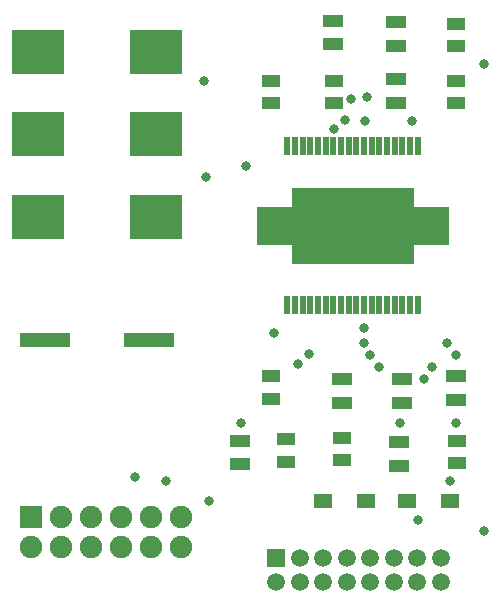
<source format=gbr>
%FSTAX23Y23*%
%MOIN*%
%SFA1B1*%

%IPPOS*%
%ADD27R,0.059181X0.043433*%
%ADD28R,0.067055X0.041464*%
%ADD29R,0.169291X0.047244*%
%ADD30R,0.641731X0.129921*%
%ADD31R,0.405511X0.251968*%
%ADD32R,0.022047X0.062992*%
%ADD33R,0.173228X0.149606*%
%ADD34R,0.059055X0.047244*%
%ADD35R,0.074929X0.074929*%
%ADD36C,0.074929*%
%ADD37C,0.059181*%
%ADD38R,0.059181X0.059181*%
%ADD39C,0.031622*%
%ADD40C,0.031653*%
%LNpcb1_soldermask_top-1*%
%LPD*%
G54D27*
X01455Y02185D03*
Y0226D03*
X01865Y00985D03*
Y0106D03*
X0186Y02375D03*
Y0245D03*
Y0226D03*
Y02185D03*
X01295Y01065D03*
Y0099D03*
X0148Y00995D03*
Y0107D03*
X01245Y012D03*
Y01275D03*
Y02185D03*
Y0226D03*
G54D28*
X0148Y01265D03*
Y01186D03*
X0167Y01055D03*
Y00976D03*
X0145Y0246D03*
Y02381D03*
X0166Y02186D03*
Y02265D03*
Y02455D03*
Y02376D03*
X0114Y0106D03*
Y00981D03*
X0168Y01265D03*
Y01186D03*
X0186Y01275D03*
Y01196D03*
G54D29*
X00839Y01395D03*
X00492D03*
G54D30*
X01517Y01777D03*
G54D31*
X01517Y01777D03*
G54D32*
X01734Y01511D03*
X01709D03*
X01683D03*
X01657D03*
X01632D03*
X01606D03*
X01581D03*
X01555D03*
X01529D03*
X01504D03*
X01478D03*
X01453D03*
X01427D03*
X01401D03*
X01376D03*
X0135D03*
X01325D03*
X01299D03*
X01734Y02042D03*
X01709D03*
X01683D03*
X01657D03*
X01632D03*
X01606D03*
X01581D03*
X01555D03*
X01529D03*
X01504D03*
X01478D03*
X01453D03*
X01427D03*
X01401D03*
X01376D03*
X0135D03*
X01325D03*
X01299D03*
G54D33*
X00861Y01807D03*
X00468D03*
X00861Y02082D03*
X00468D03*
X00861Y02357D03*
X00468D03*
G54D34*
X01841Y0086D03*
X01698D03*
X01561D03*
X01418D03*
G54D35*
X00445Y00805D03*
G54D36*
X00545Y00805D03*
X00645D03*
X00745D03*
X00845D03*
X00945D03*
X00445Y00705D03*
X00545D03*
X00645D03*
X00745D03*
X00845D03*
X00945D03*
G54D37*
X01812Y0059D03*
X01733D03*
X01655D03*
X01576D03*
X01497D03*
X01418D03*
X0134D03*
X01261D03*
X01812Y00668D03*
X01733D03*
X01655D03*
X01576D03*
X01497D03*
X01418D03*
X0134D03*
G54D38*
X01261Y00668D03*
G54D39*
X0079Y0094D03*
X00895Y00925D03*
G54D40*
X0102Y0226D03*
X01028Y0194D03*
X01146Y0112D03*
X0116Y01975D03*
X0183Y01385D03*
X01755Y01265D03*
X01575Y01345D03*
X01558Y02125D03*
X01038Y0086D03*
X01511Y022D03*
X01565Y02205D03*
X0149Y0213D03*
X01955Y0076D03*
X01735Y00795D03*
X0184Y00925D03*
X0178Y01305D03*
X01605D03*
X01715Y02125D03*
X01955Y02315D03*
X0137Y0135D03*
X01555Y01435D03*
Y01385D03*
X01255Y0142D03*
X01455Y021D03*
X0186Y0112D03*
Y01345D03*
X01335Y01315D03*
X01675Y0112D03*
M02*
</source>
